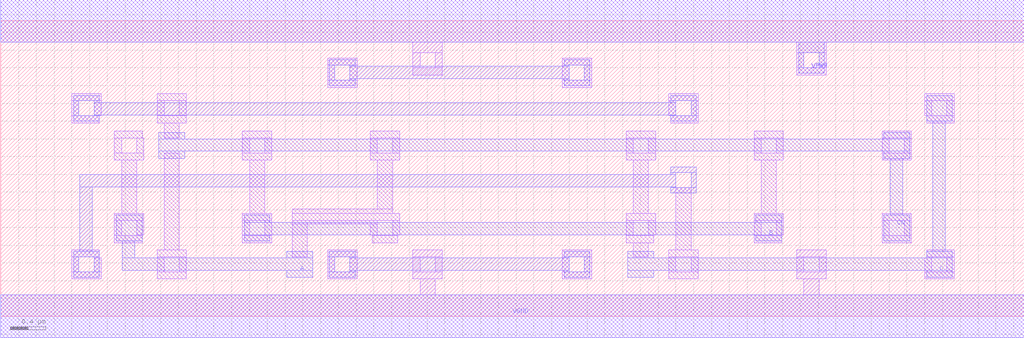
<source format=lef>
VERSION 5.7 ;
  NOWIREEXTENSIONATPIN ON ;
  DIVIDERCHAR "/" ;
  BUSBITCHARS "[]" ;
MACRO ASYNC3
  CLASS CORE ;
  FOREIGN ASYNC3 ;
  ORIGIN 0.000 0.000 ;
  SIZE 11.520 BY 3.330 ;
  SYMMETRY X Y R90 ;
  SITE unit ;
  PIN VPWR
    DIRECTION INOUT ;
    USE POWER ;
    SHAPE ABUTMENT ;
    PORT
      LAYER met1 ;
        RECT 0.000 3.090 11.520 3.570 ;
        RECT 8.980 2.970 9.270 3.090 ;
        RECT 8.980 2.800 9.040 2.970 ;
        RECT 9.210 2.800 9.270 2.970 ;
        RECT 8.980 2.740 9.270 2.800 ;
    END
    PORT
      LAYER li1 ;
        RECT 0.000 3.090 11.520 3.570 ;
        RECT 4.640 2.970 4.970 3.090 ;
        RECT 4.640 2.800 4.720 2.970 ;
        RECT 4.890 2.800 4.970 2.970 ;
        RECT 4.640 2.720 4.970 2.800 ;
        RECT 8.960 2.970 9.290 3.090 ;
        RECT 8.960 2.800 9.040 2.970 ;
        RECT 9.210 2.800 9.290 2.970 ;
        RECT 8.960 2.720 9.290 2.800 ;
    END
  END VPWR
  PIN VGND
    DIRECTION INOUT ;
    USE GROUND ;
    SHAPE ABUTMENT ;
    PORT
      LAYER met1 ;
        RECT 0.000 -0.240 11.520 0.240 ;
    END
    PORT
      LAYER li1 ;
        RECT 4.640 0.670 4.970 0.750 ;
        RECT 4.640 0.500 4.720 0.670 ;
        RECT 4.890 0.500 4.970 0.670 ;
        RECT 4.640 0.420 4.970 0.500 ;
        RECT 8.960 0.670 9.290 0.750 ;
        RECT 8.960 0.500 9.040 0.670 ;
        RECT 9.210 0.500 9.290 0.670 ;
        RECT 8.960 0.420 9.290 0.500 ;
        RECT 4.720 0.240 4.890 0.420 ;
        RECT 9.040 0.240 9.210 0.420 ;
        RECT 0.000 -0.240 11.520 0.240 ;
    END
  END VGND
  PIN CN
    DIRECTION INOUT ;
    USE SIGNAL ;
    SHAPE ABUTMENT ;
    PORT
      LAYER met1 ;
        RECT 1.780 2.000 2.070 2.070 ;
        RECT 9.940 2.000 10.230 2.070 ;
        RECT 1.780 1.860 10.230 2.000 ;
        RECT 1.780 1.780 2.070 1.860 ;
        RECT 9.940 1.780 10.230 1.860 ;
        RECT 10.010 1.140 10.150 1.780 ;
        RECT 9.940 0.850 10.230 1.140 ;
    END
  END CN
  PIN C
    DIRECTION INOUT ;
    USE SIGNAL ;
    SHAPE ABUTMENT ;
    PORT
      LAYER met1 ;
        RECT 10.420 2.200 10.710 2.490 ;
        RECT 10.490 0.730 10.630 2.200 ;
        RECT 7.060 0.660 7.350 0.730 ;
        RECT 10.420 0.660 10.710 0.730 ;
        RECT 7.060 0.520 10.710 0.660 ;
        RECT 7.060 0.440 7.350 0.520 ;
        RECT 10.420 0.440 10.710 0.520 ;
    END
  END C
  PIN A
    DIRECTION INOUT ;
    USE SIGNAL ;
    SHAPE ABUTMENT ;
    PORT
      LAYER met1 ;
        RECT 1.300 0.850 1.590 1.140 ;
        RECT 1.370 0.660 1.510 0.850 ;
        RECT 3.220 0.660 3.510 0.730 ;
        RECT 1.370 0.520 3.510 0.660 ;
        RECT 3.220 0.440 3.510 0.520 ;
    END
  END A
  PIN B
    DIRECTION INOUT ;
    USE SIGNAL ;
    SHAPE ABUTMENT ;
    PORT
      LAYER met1 ;
        RECT 2.740 1.060 3.030 1.140 ;
        RECT 8.500 1.060 8.790 1.140 ;
        RECT 2.740 0.920 8.790 1.060 ;
        RECT 2.740 0.850 3.030 0.920 ;
        RECT 8.500 0.850 8.790 0.920 ;
    END
  END B
  OBS
      LAYER li1 ;
        RECT 3.680 2.830 4.010 2.910 ;
        RECT 3.680 2.660 3.760 2.830 ;
        RECT 3.930 2.660 4.010 2.830 ;
        RECT 3.680 2.580 4.010 2.660 ;
        RECT 6.320 2.830 6.650 2.910 ;
        RECT 6.320 2.660 6.400 2.830 ;
        RECT 6.570 2.660 6.650 2.830 ;
        RECT 6.320 2.580 6.650 2.660 ;
        RECT 0.800 2.430 1.130 2.510 ;
        RECT 0.800 2.260 0.880 2.430 ;
        RECT 1.050 2.260 1.130 2.430 ;
        RECT 1.760 2.430 2.090 2.510 ;
        RECT 1.760 2.260 1.840 2.430 ;
        RECT 2.010 2.260 2.090 2.430 ;
        RECT 7.520 2.430 7.850 2.510 ;
        RECT 7.520 2.260 7.600 2.430 ;
        RECT 7.770 2.260 7.850 2.430 ;
        RECT 10.400 2.430 10.730 2.510 ;
        RECT 10.400 2.260 10.480 2.430 ;
        RECT 10.650 2.260 10.730 2.430 ;
        RECT 0.800 2.180 1.110 2.260 ;
        RECT 1.760 2.180 2.090 2.260 ;
        RECT 7.540 2.180 7.850 2.260 ;
        RECT 10.420 2.180 10.730 2.260 ;
        RECT 1.280 2.010 1.590 2.090 ;
        RECT 1.840 2.010 2.010 2.180 ;
        RECT 2.720 2.010 3.050 2.090 ;
        RECT 1.280 1.840 1.360 2.010 ;
        RECT 1.530 1.840 1.610 2.010 ;
        RECT 2.720 1.840 2.800 2.010 ;
        RECT 2.970 1.840 3.050 2.010 ;
        RECT 1.280 1.760 1.610 1.840 ;
        RECT 1.360 1.160 1.530 1.760 ;
        RECT 1.280 1.080 1.610 1.160 ;
        RECT 1.280 0.910 1.360 1.080 ;
        RECT 1.530 0.920 1.610 1.080 ;
        RECT 1.530 0.910 1.590 0.920 ;
        RECT 1.280 0.830 1.590 0.910 ;
        RECT 1.840 0.750 2.010 1.840 ;
        RECT 2.720 1.760 3.050 1.840 ;
        RECT 4.160 2.010 4.490 2.090 ;
        RECT 4.160 1.840 4.240 2.010 ;
        RECT 4.410 1.840 4.490 2.010 ;
        RECT 4.160 1.760 4.490 1.840 ;
        RECT 7.040 2.010 7.370 2.090 ;
        RECT 7.040 1.840 7.120 2.010 ;
        RECT 7.290 1.840 7.370 2.010 ;
        RECT 7.040 1.760 7.370 1.840 ;
        RECT 8.480 2.010 8.810 2.090 ;
        RECT 8.480 1.840 8.560 2.010 ;
        RECT 8.730 1.840 8.810 2.010 ;
        RECT 8.480 1.760 8.810 1.840 ;
        RECT 9.920 2.010 10.250 2.090 ;
        RECT 9.920 1.840 10.000 2.010 ;
        RECT 10.170 1.840 10.250 2.010 ;
        RECT 9.920 1.760 10.250 1.840 ;
        RECT 2.800 1.160 2.970 1.760 ;
        RECT 4.240 1.210 4.410 1.760 ;
        RECT 3.280 1.160 4.410 1.210 ;
        RECT 7.120 1.160 7.290 1.760 ;
        RECT 2.720 1.080 3.050 1.160 ;
        RECT 2.720 0.910 2.800 1.080 ;
        RECT 2.970 0.910 3.050 1.080 ;
        RECT 2.720 0.830 3.050 0.910 ;
        RECT 3.280 1.080 4.490 1.160 ;
        RECT 3.280 1.040 4.240 1.080 ;
        RECT 0.800 0.670 1.110 0.750 ;
        RECT 0.800 0.500 0.880 0.670 ;
        RECT 1.050 0.660 1.110 0.670 ;
        RECT 1.760 0.670 2.090 0.750 ;
        RECT 3.280 0.670 3.450 1.040 ;
        RECT 4.160 0.920 4.240 1.040 ;
        RECT 4.180 0.910 4.240 0.920 ;
        RECT 4.410 0.920 4.490 1.080 ;
        RECT 7.040 1.080 7.370 1.160 ;
        RECT 4.410 0.910 4.470 0.920 ;
        RECT 4.180 0.830 4.470 0.910 ;
        RECT 7.040 0.910 7.120 1.080 ;
        RECT 7.290 0.920 7.370 1.080 ;
        RECT 7.290 0.910 7.350 0.920 ;
        RECT 7.040 0.830 7.350 0.910 ;
        RECT 3.680 0.670 4.010 0.750 ;
        RECT 1.050 0.500 1.130 0.660 ;
        RECT 0.800 0.420 1.130 0.500 ;
        RECT 1.760 0.500 1.840 0.670 ;
        RECT 2.010 0.500 2.090 0.670 ;
        RECT 1.760 0.420 2.090 0.500 ;
        RECT 3.680 0.500 3.760 0.670 ;
        RECT 3.930 0.500 4.010 0.670 ;
        RECT 3.680 0.420 4.010 0.500 ;
        RECT 6.320 0.670 6.650 0.750 ;
        RECT 7.120 0.670 7.290 0.830 ;
        RECT 7.600 0.750 7.770 1.450 ;
        RECT 8.560 1.160 8.730 1.760 ;
        RECT 8.480 1.080 8.810 1.160 ;
        RECT 8.480 0.910 8.560 1.080 ;
        RECT 8.730 0.920 8.810 1.080 ;
        RECT 9.920 1.080 10.250 1.160 ;
        RECT 8.730 0.910 8.790 0.920 ;
        RECT 8.480 0.830 8.790 0.910 ;
        RECT 9.920 0.910 10.000 1.080 ;
        RECT 10.170 0.910 10.250 1.080 ;
        RECT 9.920 0.830 10.250 0.910 ;
        RECT 7.520 0.670 7.850 0.750 ;
        RECT 6.320 0.500 6.400 0.670 ;
        RECT 6.570 0.500 6.650 0.670 ;
        RECT 6.320 0.420 6.650 0.500 ;
        RECT 7.520 0.500 7.600 0.670 ;
        RECT 7.770 0.500 7.850 0.670 ;
        RECT 10.420 0.670 10.730 0.750 ;
        RECT 10.420 0.660 10.480 0.670 ;
        RECT 7.520 0.420 7.850 0.500 ;
        RECT 10.400 0.500 10.480 0.660 ;
        RECT 10.650 0.500 10.730 0.670 ;
        RECT 10.400 0.420 10.730 0.500 ;
      LAYER met1 ;
        RECT 3.700 2.830 3.990 2.890 ;
        RECT 3.700 2.660 3.760 2.830 ;
        RECT 3.930 2.820 3.990 2.830 ;
        RECT 6.340 2.830 6.630 2.890 ;
        RECT 6.340 2.820 6.400 2.830 ;
        RECT 3.930 2.680 6.400 2.820 ;
        RECT 3.930 2.660 3.990 2.680 ;
        RECT 3.700 2.600 3.990 2.660 ;
        RECT 6.340 2.660 6.400 2.680 ;
        RECT 6.570 2.660 6.630 2.830 ;
        RECT 6.340 2.600 6.630 2.660 ;
        RECT 0.820 2.430 1.110 2.490 ;
        RECT 0.820 2.260 0.880 2.430 ;
        RECT 1.050 2.410 1.110 2.430 ;
        RECT 7.540 2.430 7.830 2.490 ;
        RECT 7.540 2.410 7.600 2.430 ;
        RECT 1.050 2.270 7.600 2.410 ;
        RECT 1.050 2.260 1.110 2.270 ;
        RECT 0.820 2.200 1.110 2.260 ;
        RECT 7.540 2.260 7.600 2.270 ;
        RECT 7.770 2.260 7.830 2.430 ;
        RECT 7.540 2.200 7.830 2.260 ;
        RECT 7.540 1.620 7.830 1.680 ;
        RECT 7.540 1.600 7.600 1.620 ;
        RECT 0.890 1.460 7.600 1.600 ;
        RECT 0.890 0.730 1.030 1.460 ;
        RECT 7.540 1.450 7.600 1.460 ;
        RECT 7.770 1.450 7.830 1.620 ;
        RECT 7.540 1.390 7.830 1.450 ;
        RECT 0.820 0.670 1.110 0.730 ;
        RECT 0.820 0.500 0.880 0.670 ;
        RECT 1.050 0.500 1.110 0.670 ;
        RECT 0.820 0.440 1.110 0.500 ;
        RECT 3.700 0.670 3.990 0.730 ;
        RECT 3.700 0.500 3.760 0.670 ;
        RECT 3.930 0.660 3.990 0.670 ;
        RECT 6.340 0.670 6.630 0.730 ;
        RECT 6.340 0.660 6.400 0.670 ;
        RECT 3.930 0.520 6.400 0.660 ;
        RECT 3.930 0.500 3.990 0.520 ;
        RECT 3.700 0.440 3.990 0.500 ;
        RECT 6.340 0.500 6.400 0.520 ;
        RECT 6.570 0.500 6.630 0.670 ;
        RECT 6.340 0.440 6.630 0.500 ;
  END
END ASYNC3
END LIBRARY


</source>
